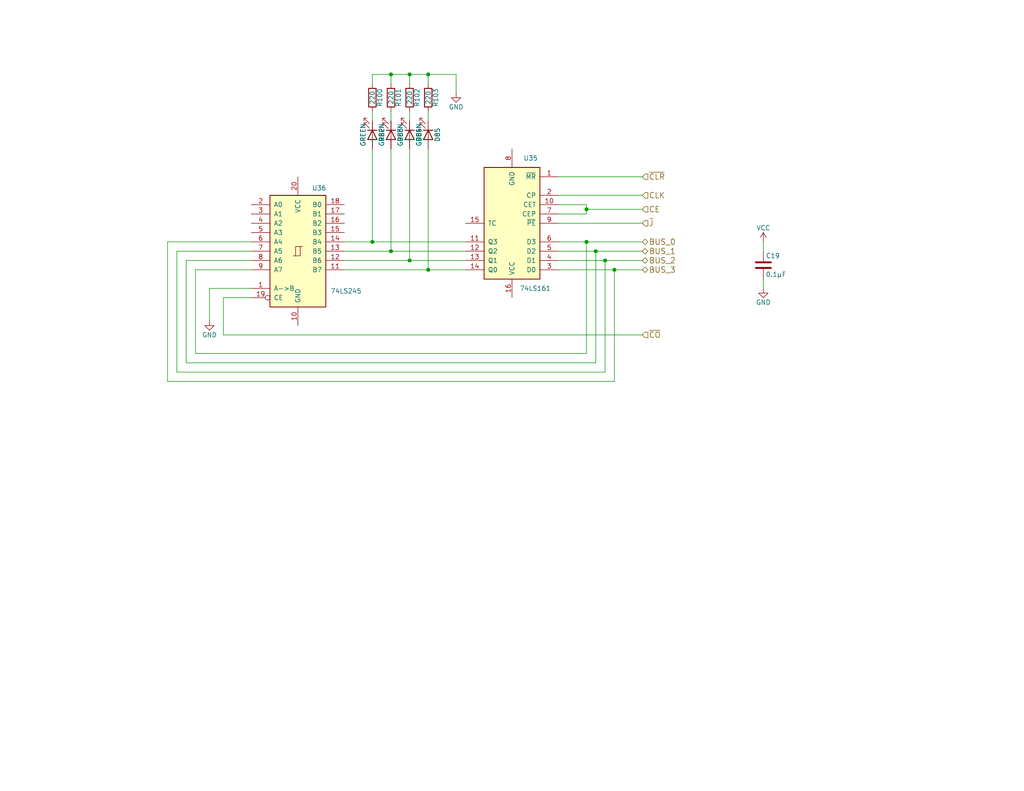
<source format=kicad_sch>
(kicad_sch (version 20211123) (generator eeschema)
  (paper "USLetter")
  (lib_symbols
    (symbol "74xx:74LS161" (pin_names (offset 1.016))
      (property "Reference" "U" (at -7.62 16.51 0))
      (property "Value" "74LS161" (at -7.62 -16.51 0))
      (symbol "74LS161_1_0"
        (pin input line (at -12.7 -12.7 0) (length 5.08) (name "~{MR}") (number "1"))
        (pin input line (at -12.7 -5.08 0) (length 5.08) (name "CET") (number "10"))
        (pin output line (at 12.7 5.08 180) (length 5.08) (name "Q3") (number "11"))
        (pin output line (at 12.7 7.62 180) (length 5.08) (name "Q2") (number "12"))
        (pin output line (at 12.7 10.16 180) (length 5.08) (name "Q1") (number "13"))
        (pin output line (at 12.7 12.7 180) (length 5.08) (name "Q0") (number "14"))
        (pin output line (at 12.7 0 180) (length 5.08) (name "TC") (number "15"))
        (pin power_in line (at 0 20.32 270) (length 5.08) (name "VCC") (number "16"))
        (pin input line (at -12.7 -7.62 0) (length 5.08) (name "CP") (number "2"))
        (pin input line (at -12.7 12.7 0) (length 5.08) (name "D0") (number "3"))
        (pin input line (at -12.7 10.16 0) (length 5.08) (name "D1") (number "4"))
        (pin input line (at -12.7 7.62 0) (length 5.08) (name "D2") (number "5"))
        (pin input line (at -12.7 5.08 0) (length 5.08) (name "D3") (number "6"))
        (pin input line (at -12.7 -2.54 0) (length 5.08) (name "CEP") (number "7"))
        (pin power_in line (at 0 -20.32 90) (length 5.08) (name "GND") (number "8"))
        (pin input line (at -12.7 0 0) (length 5.08) (name "~{PE}") (number "9"))
      )
      (symbol "74LS161_1_1"
        (rectangle (start -7.62 15.24) (end 7.62 -15.24) (stroke (width 0.254)) (fill (type background)))
      )
    )
    (symbol "74xx:74LS245" (pin_names (offset 1.016))
      (property "Reference" "U" (at -7.62 16.51 0))
      (property "Value" "74LS245" (at -7.62 -16.51 0))
      (symbol "74LS245_1_0"
        (polyline (pts (xy -0.635 -1.27) (xy -0.635 1.27) (xy 0.635 1.27)))
        (polyline (pts (xy -1.27 -1.27) (xy 0.635 -1.27) (xy 0.635 1.27) (xy 1.27 1.27)))
        (pin input line (at -12.7 -10.16 0) (length 5.08) (name "A->B") (number "1"))
        (pin power_in line (at 0 -20.32 90) (length 5.08) (name "GND") (number "10"))
        (pin tri_state line (at 12.7 -5.08 180) (length 5.08) (name "B7") (number "11"))
        (pin tri_state line (at 12.7 -2.54 180) (length 5.08) (name "B6") (number "12"))
        (pin tri_state line (at 12.7 0 180) (length 5.08) (name "B5") (number "13"))
        (pin tri_state line (at 12.7 2.54 180) (length 5.08) (name "B4") (number "14"))
        (pin tri_state line (at 12.7 5.08 180) (length 5.08) (name "B3") (number "15"))
        (pin tri_state line (at 12.7 7.62 180) (length 5.08) (name "B2") (number "16"))
        (pin tri_state line (at 12.7 10.16 180) (length 5.08) (name "B1") (number "17"))
        (pin tri_state line (at 12.7 12.7 180) (length 5.08) (name "B0") (number "18"))
        (pin input inverted (at -12.7 -12.7 0) (length 5.08) (name "CE") (number "19"))
        (pin tri_state line (at -12.7 12.7 0) (length 5.08) (name "A0") (number "2"))
        (pin power_in line (at 0 20.32 270) (length 5.08) (name "VCC") (number "20"))
        (pin tri_state line (at -12.7 10.16 0) (length 5.08) (name "A1") (number "3"))
        (pin tri_state line (at -12.7 7.62 0) (length 5.08) (name "A2") (number "4"))
        (pin tri_state line (at -12.7 5.08 0) (length 5.08) (name "A3") (number "5"))
        (pin tri_state line (at -12.7 2.54 0) (length 5.08) (name "A4") (number "6"))
        (pin tri_state line (at -12.7 0 0) (length 5.08) (name "A5") (number "7"))
        (pin tri_state line (at -12.7 -2.54 0) (length 5.08) (name "A6") (number "8"))
        (pin tri_state line (at -12.7 -5.08 0) (length 5.08) (name "A7") (number "9"))
      )
      (symbol "74LS245_1_1"
        (rectangle (start -7.62 15.24) (end 7.62 -15.24) (stroke (width 0.254)) (fill (type background)))
      )
    )
    (symbol "Device:C" (pin_numbers hide) (pin_names (offset 0.254))
      (property "Reference" "C" (at 0.635 2.54 0))
      (property "Value" "C" (at 0.635 -2.54 0))
      (symbol "C_0_1"
        (polyline (pts (xy -2.032 -0.762) (xy 2.032 -0.762)) (stroke (width 0.508)))
        (polyline (pts (xy -2.032 0.762) (xy 2.032 0.762)) (stroke (width 0.508)))
      )
      (symbol "C_1_1"
        (pin passive line (at 0 3.81 270) (length 2.794) (name "~") (number "1"))
        (pin passive line (at 0 -3.81 90) (length 2.794) (name "~") (number "2"))
      )
    )
    (symbol "Device:LED" (pin_numbers hide) (pin_names (offset 1.016) hide)
      (property "Reference" "D" (at 0 2.54 0))
      (property "Value" "LED" (at 0 -2.54 0))
      (symbol "LED_0_1"
        (polyline (pts (xy -1.27 -1.27) (xy -1.27 1.27)) (stroke (width 0.254)))
        (polyline (pts (xy -1.27 0) (xy 1.27 0)))
        (polyline (pts (xy 1.27 -1.27) (xy 1.27 1.27) (xy -1.27 0) (xy 1.27 -1.27)) (stroke (width 0.254)))
        (polyline (pts (xy -3.048 -0.762) (xy -4.572 -2.286) (xy -3.81 -2.286) (xy -4.572 -2.286) (xy -4.572 -1.524)))
        (polyline (pts (xy -1.778 -0.762) (xy -3.302 -2.286) (xy -2.54 -2.286) (xy -3.302 -2.286) (xy -3.302 -1.524)))
      )
      (symbol "LED_1_1"
        (pin passive line (at -3.81 0 0) (length 2.54) (name "K") (number "1"))
        (pin passive line (at 3.81 0 180) (length 2.54) (name "A") (number "2"))
      )
    )
    (symbol "Device:R" (pin_numbers hide) (pin_names (offset 0))
      (property "Reference" "R" (at 2.032 0 90))
      (property "Value" "R" (at 0 0 90))
      (symbol "R_0_1"
        (rectangle (start -1.016 -2.54) (end 1.016 2.54) (stroke (width 0.254)))
      )
      (symbol "R_1_1"
        (pin passive line (at 0 3.81 270) (length 1.27) (name "~") (number "1"))
        (pin passive line (at 0 -3.81 90) (length 1.27) (name "~") (number "2"))
      )
    )
    (symbol "power:GND" (power) (pin_names (offset 0))
      (property "Value" "GND" (at 0 -3.81 0))
      (symbol "GND_0_1"
        (polyline (pts (xy 0 0) (xy 0 -1.27) (xy 1.27 -1.27) (xy 0 -2.54) (xy -1.27 -1.27) (xy 0 -1.27)))
      )
      (symbol "GND_1_1"
        (pin power_in line (at 0 0 270) (length 0) hide (name "GND") (number "1"))
      )
    )
    (symbol "power:VCC" (power) (pin_names (offset 0))
      (property "Value" "VCC" (at 0 3.81 0))
      (symbol "VCC_0_1"
        (polyline (pts (xy -0.762 1.27) (xy 0 2.54)))
        (polyline (pts (xy 0 0) (xy 0 2.54)))
        (polyline (pts (xy 0 2.54) (xy 0.762 1.27)))
      )
      (symbol "VCC_1_1"
        (pin power_in line (at 0 0 90) (length 0) hide (name "VCC") (number "1"))
      )
    )
  )
  (junction (at 116.84 73.66))
  (junction (at 111.76 71.12))
  (junction (at 111.76 20.32))
  (junction (at 116.84 20.32))
  (junction (at 160.02 57.15))
  (junction (at 167.64 73.66))
  (junction (at 106.68 20.32))
  (junction (at 160.02 66.04))
  (junction (at 101.6 66.04))
  (junction (at 106.68 68.58))
  (junction (at 165.1 71.12))
  (junction (at 162.56 68.58))
  (wire (pts (xy 116.84 33.02) (xy 116.84 30.48)))
  (wire (pts (xy 162.56 68.58) (xy 175.26 68.58)))
  (wire (pts (xy 60.96 81.28) (xy 68.58 81.28)))
  (wire (pts (xy 152.4 66.04) (xy 160.02 66.04)))
  (wire (pts (xy 208.28 66.04) (xy 208.28 68.58)))
  (wire (pts (xy 160.02 57.15) (xy 160.02 58.42)))
  (wire (pts (xy 165.1 71.12) (xy 175.26 71.12)))
  (wire (pts (xy 111.76 30.48) (xy 111.76 33.02)))
  (wire (pts (xy 93.98 73.66) (xy 116.84 73.66)))
  (wire (pts (xy 167.64 73.66) (xy 175.26 73.66)))
  (wire (pts (xy 57.15 87.63) (xy 57.15 78.74)))
  (wire (pts (xy 152.4 68.58) (xy 162.56 68.58)))
  (wire (pts (xy 152.4 58.42) (xy 160.02 58.42)))
  (wire (pts (xy 106.68 20.32) (xy 111.76 20.32)))
  (wire (pts (xy 111.76 20.32) (xy 111.76 22.86)))
  (wire (pts (xy 152.4 60.96) (xy 175.26 60.96)))
  (wire (pts (xy 106.68 68.58) (xy 127 68.58)))
  (wire (pts (xy 160.02 66.04) (xy 175.26 66.04)))
  (wire (pts (xy 111.76 40.64) (xy 111.76 71.12)))
  (wire (pts (xy 160.02 55.88) (xy 160.02 57.15)))
  (wire (pts (xy 101.6 22.86) (xy 101.6 20.32)))
  (wire (pts (xy 101.6 66.04) (xy 127 66.04)))
  (wire (pts (xy 48.26 68.58) (xy 48.26 101.6)))
  (wire (pts (xy 106.68 40.64) (xy 106.68 68.58)))
  (wire (pts (xy 101.6 20.32) (xy 106.68 20.32)))
  (wire (pts (xy 167.64 104.14) (xy 167.64 73.66)))
  (wire (pts (xy 101.6 30.48) (xy 101.6 33.02)))
  (wire (pts (xy 45.72 66.04) (xy 45.72 104.14)))
  (wire (pts (xy 106.68 22.86) (xy 106.68 20.32)))
  (wire (pts (xy 60.96 91.44) (xy 60.96 81.28)))
  (wire (pts (xy 152.4 53.34) (xy 175.26 53.34)))
  (wire (pts (xy 53.34 73.66) (xy 68.58 73.66)))
  (wire (pts (xy 152.4 55.88) (xy 160.02 55.88)))
  (wire (pts (xy 57.15 78.74) (xy 68.58 78.74)))
  (wire (pts (xy 116.84 20.32) (xy 124.46 20.32)))
  (wire (pts (xy 152.4 71.12) (xy 165.1 71.12)))
  (wire (pts (xy 111.76 71.12) (xy 127 71.12)))
  (wire (pts (xy 53.34 73.66) (xy 53.34 96.52)))
  (wire (pts (xy 50.8 99.06) (xy 162.56 99.06)))
  (wire (pts (xy 53.34 96.52) (xy 160.02 96.52)))
  (wire (pts (xy 162.56 99.06) (xy 162.56 68.58)))
  (wire (pts (xy 116.84 73.66) (xy 127 73.66)))
  (wire (pts (xy 93.98 71.12) (xy 111.76 71.12)))
  (wire (pts (xy 93.98 68.58) (xy 106.68 68.58)))
  (wire (pts (xy 208.28 76.2) (xy 208.28 78.74)))
  (wire (pts (xy 124.46 20.32) (xy 124.46 25.4)))
  (wire (pts (xy 45.72 66.04) (xy 68.58 66.04)))
  (wire (pts (xy 101.6 66.04) (xy 101.6 40.64)))
  (wire (pts (xy 50.8 71.12) (xy 50.8 99.06)))
  (wire (pts (xy 48.26 101.6) (xy 165.1 101.6)))
  (wire (pts (xy 165.1 101.6) (xy 165.1 71.12)))
  (wire (pts (xy 93.98 66.04) (xy 101.6 66.04)))
  (wire (pts (xy 45.72 104.14) (xy 167.64 104.14)))
  (wire (pts (xy 152.4 48.26) (xy 175.26 48.26)))
  (wire (pts (xy 106.68 33.02) (xy 106.68 30.48)))
  (wire (pts (xy 111.76 20.32) (xy 116.84 20.32)))
  (wire (pts (xy 160.02 57.15) (xy 175.26 57.15)))
  (wire (pts (xy 160.02 96.52) (xy 160.02 66.04)))
  (wire (pts (xy 116.84 22.86) (xy 116.84 20.32)))
  (wire (pts (xy 152.4 73.66) (xy 167.64 73.66)))
  (wire (pts (xy 50.8 71.12) (xy 68.58 71.12)))
  (wire (pts (xy 175.26 91.44) (xy 60.96 91.44)))
  (wire (pts (xy 116.84 40.64) (xy 116.84 73.66)))
  (wire (pts (xy 48.26 68.58) (xy 68.58 68.58)))
  (hierarchical_label "BUS_0" (shape bidirectional) (at 175.26 66.04 0) (effects (font (size 1.524 1.524))))
  (hierarchical_label "~{J}" (shape input) (at 175.26 60.96 0) (effects (font (size 1.524 1.524))))
  (hierarchical_label "~{CLR}" (shape input) (at 175.26 48.26 0) (effects (font (size 1.524 1.524))))
  (hierarchical_label "BUS_1" (shape bidirectional) (at 175.26 68.58 0) (effects (font (size 1.524 1.524))))
  (hierarchical_label "~{CO}" (shape input) (at 175.26 91.44 0) (effects (font (size 1.524 1.524))))
  (hierarchical_label "BUS_2" (shape bidirectional) (at 175.26 71.12 0) (effects (font (size 1.524 1.524))))
  (hierarchical_label "BUS_3" (shape bidirectional) (at 175.26 73.66 0) (effects (font (size 1.524 1.524))))
  (hierarchical_label "CLK" (shape input) (at 175.26 53.34 0) (effects (font (size 1.524 1.524))))
  (hierarchical_label "CE" (shape input) (at 175.26 57.15 0) (effects (font (size 1.524 1.524))))
  (symbol (lib_id "74xx:74LS161") (at 139.7 60.96 180) (unit 1)
    (property "Reference" "U35" (at 144.78 43.18 0))
    (property "Value" "74LS161" (at 146.05 78.74 0))
    (property "Footprint" "Package_DIP:DIP-16_W7.62mm" (effects hide))
    (property "Datasheet" "http://www.ti.com/lit/gpn/sn74LS161" (effects hide))
  )
  (symbol (lib_id "74xx:74LS245") (at 81.28 68.58 0) (unit 1)
    (property "Reference" "U36" (at 85.09 52.07 0) (effects (justify left bottom)))
    (property "Value" "74LS245" (at 90.17 78.74 0) (effects (justify left top)))
    (property "Footprint" "Package_DIP:DIP-20_W7.62mm" (effects hide))
    (property "Datasheet" "http://www.ti.com/lit/gpn/sn74LS245" (effects hide))
  )
  (symbol (lib_id "power:GND") (at 57.15 87.63 0) (unit 1)
    (property "Reference" "#PWR055" (effects hide))
    (property "Value" "GND" (at 57.15 91.44 0))
  )
  (symbol (lib_id "Device:C") (at 208.28 72.39 0) (unit 1)
    (property "Reference" "C19" (at 208.915 69.85 0) (effects (justify left)))
    (property "Value" "0.1µF" (at 208.915 74.93 0) (effects (justify left)))
    (property "Footprint" "Capacitor_THT:C_Disc_D4.3mm_W1.9mm_P5.00mm" (effects hide))
  )
  (symbol (lib_id "power:GND") (at 208.28 78.74 0) (unit 1)
    (property "Reference" "#PWR056" (effects hide))
    (property "Value" "GND" (at 208.28 82.55 0))
  )
  (symbol (lib_id "power:VCC") (at 208.28 66.04 0) (unit 1)
    (property "Reference" "#PWR057" (effects hide))
    (property "Value" "VCC" (at 208.28 62.23 0))
  )
  (symbol (lib_id "Device:LED") (at 101.6 36.83 270) (unit 1)
    (property "Reference" "D82" (at 104.14 36.83 0))
    (property "Value" "GREEN" (at 99.06 36.83 0))
    (property "Footprint" "LED_THT:LED_D5.0mm" (effects hide))
  )
  (symbol (lib_id "Device:LED") (at 106.68 36.83 270) (unit 1)
    (property "Reference" "D83" (at 109.22 36.83 0))
    (property "Value" "GREEN" (at 104.14 36.83 0))
    (property "Footprint" "LED_THT:LED_D5.0mm" (effects hide))
  )
  (symbol (lib_id "Device:LED") (at 111.76 36.83 270) (unit 1)
    (property "Reference" "D84" (at 114.3 36.83 0))
    (property "Value" "GREEN" (at 109.22 36.83 0))
    (property "Footprint" "LED_THT:LED_D5.0mm" (effects hide))
  )
  (symbol (lib_id "Device:LED") (at 116.84 36.83 270) (unit 1)
    (property "Reference" "D85" (at 119.38 36.83 0))
    (property "Value" "GREEN" (at 114.3 36.83 0))
    (property "Footprint" "LED_THT:LED_D5.0mm" (effects hide))
  )
  (symbol (lib_id "Device:R") (at 101.6 26.67 0) (unit 1)
    (property "Reference" "R100" (at 103.632 26.67 90))
    (property "Value" "220" (at 101.6 26.67 90))
    (property "Footprint" "Resistor_THT:R_Axial_DIN0207_L6.3mm_D2.5mm_P7.62mm_Horizontal" (effects hide))
  )
  (symbol (lib_id "Device:R") (at 106.68 26.67 0) (unit 1)
    (property "Reference" "R101" (at 108.712 26.67 90))
    (property "Value" "220" (at 106.68 26.67 90))
    (property "Footprint" "Resistor_THT:R_Axial_DIN0207_L6.3mm_D2.5mm_P7.62mm_Horizontal" (effects hide))
  )
  (symbol (lib_id "Device:R") (at 111.76 26.67 0) (unit 1)
    (property "Reference" "R102" (at 113.792 26.67 90))
    (property "Value" "220" (at 111.76 26.67 90))
    (property "Footprint" "Resistor_THT:R_Axial_DIN0207_L6.3mm_D2.5mm_P7.62mm_Horizontal" (effects hide))
  )
  (symbol (lib_id "Device:R") (at 116.84 26.67 0) (unit 1)
    (property "Reference" "R103" (at 118.872 26.67 90))
    (property "Value" "220" (at 116.84 26.67 90))
    (property "Footprint" "Resistor_THT:R_Axial_DIN0207_L6.3mm_D2.5mm_P7.62mm_Horizontal" (effects hide))
  )
  (symbol (lib_id "power:GND") (at 124.46 25.4 0) (unit 1)
    (property "Reference" "#PWR058" (effects hide))
    (property "Value" "GND" (at 124.46 29.21 0))
  )
)
</source>
